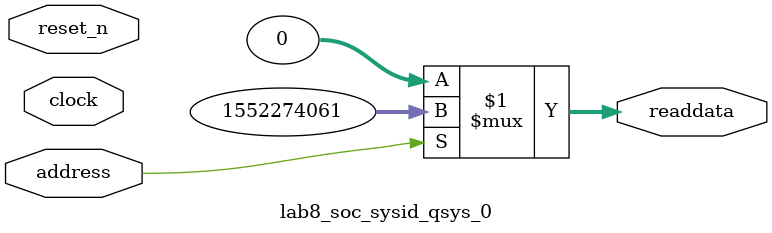
<source format=v>



// synthesis translate_off
`timescale 1ns / 1ps
// synthesis translate_on

// turn off superfluous verilog processor warnings 
// altera message_level Level1 
// altera message_off 10034 10035 10036 10037 10230 10240 10030 

module lab8_soc_sysid_qsys_0 (
               // inputs:
                address,
                clock,
                reset_n,

               // outputs:
                readdata
             )
;

  output  [ 31: 0] readdata;
  input            address;
  input            clock;
  input            reset_n;

  wire    [ 31: 0] readdata;
  //control_slave, which is an e_avalon_slave
  assign readdata = address ? 1552274061 : 0;

endmodule



</source>
